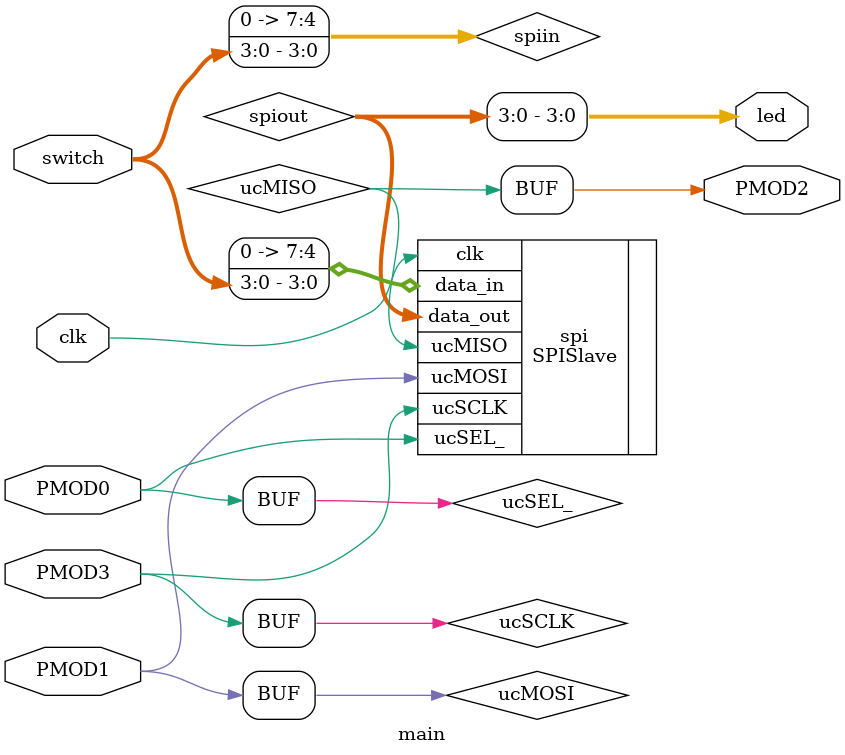
<source format=v>
`define N 8

module main (
    input clk,
    input PMOD0,
    input PMOD1,
    output PMOD2,
    input PMOD3,
    input [3:0] switch,
    output [3:0] led
);

wire ucSEL_;
wire ucSCLK;
wire ucMOSI;
wire ucMISO;

assign ucSEL_ = PMOD0;
assign ucMOSI = PMOD1;
assign PMOD2 = ucMISO;
assign ucSCLK = PMOD3;

wire [`N-1:0] spiin;
wire [`N-1:0] spiout;

assign spiin = {0,0,0,0,switch};

SPISlave #(.WIDTH(`N)) spi (
    .clk(clk),
    .ucSCLK(ucSCLK),
    .ucMOSI(ucMOSI),
    .ucMISO(ucMISO),
    .ucSEL_(ucSEL_),
    .data_in(spiin),
    .data_out(spiout)
);

assign led = spiout[3:0];

endmodule

</source>
